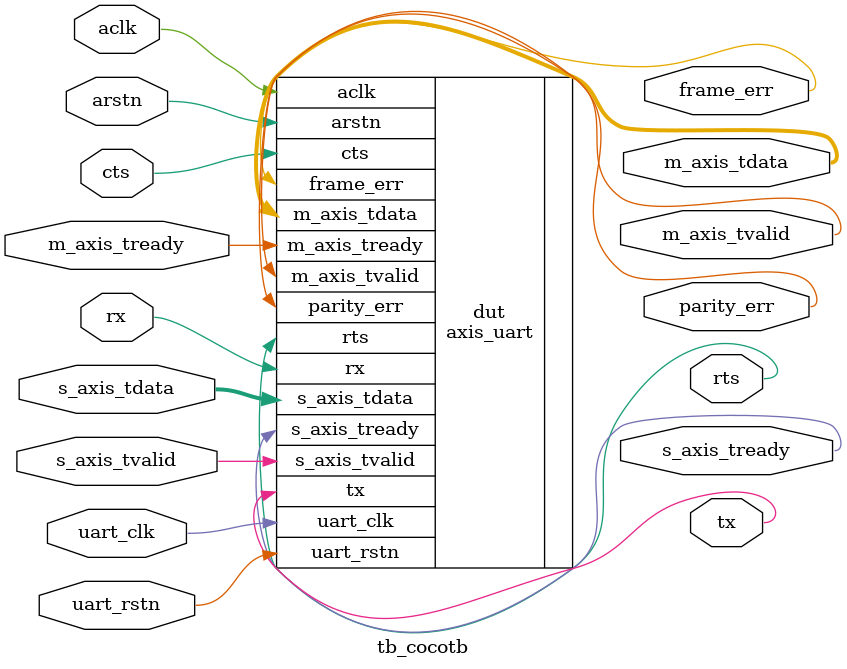
<source format=v>

`timescale 1ns/100ps

/*
 * Module: tb_cocotb
 *
 * Test bench for axis uart.
 *
* Parameters:
 *
 *   BAUD_CLOCK_SPEED - This is the aclk frequency in Hz
 *   BAUD_RATE        - Serial Baud, this can be any value including non-standard.
 *   PARITY_ENA       - Enable Parity for the data in and out.
 *   PARITY_TYPE      - Set the parity type, 0 = even, 1 = odd, 2 = mark, 3 = space.
 *   STOP_BITS        - Number of stop bits, 0 to crazy non-standard amounts.
 *   DATA_BITS        - Number of data bits, 1 to crazy non-standard amounts.
 *   RX_DELAY         - Delay in rx data input.
 *   RX_BAUD_DELAY    - Delay in rx baud enable. This will delay when we sample a bit (default is midpoint when rx delay is 0).
 *   TX_DELAY         - Delay in tx data output. Delays the time to output of the data.
 *   TX_BAUD_DELAY    - Delay in tx baud enable. This will delay the time the bit output starts.
 *   BUS_WIDTH        - AXIS data bus width in bytes.
 *
 * Ports:
 *
 *   aclk           - Clock for AXIS
 *   arstn          - Negative reset for AXIS
 *   parity_err     - Indicates error with parity check (active high)
 *   frame_err      - Indicates error with frame (active high)
 *   s_axis_tdata   - Input data for UART TX.
 *   s_axis_tvalid  - When set active high the input data is valid
 *   s_axis_tready  - When active high the device is ready for input data.
 *   m_axis_tdata   - Output data from UART RX
 *   m_axis_tvalid  - When active high the output data is valid
 *   m_axis_tready  - When set active high the output device is ready for data.
 *   uart_clk       - Clock used for BAUD rate generation
 *   uart_rstn      - Negative reset for UART, for anything clocked on uart_clk
 *   tx             - transmit for UART (output to RX)
 *   rx             - receive for UART (input from TX)
 *   rts            - request to send is a loop with CTS
 *   cts            - clear to send is a loop with RTS
 */
module tb_cocotb #(
    parameter BAUD_CLOCK_SPEED  = 2000000,
    parameter BAUD_RATE   = 2000000,
    parameter PARITY_ENA  = 0,
    parameter PARITY_TYPE = 0,
    parameter STOP_BITS   = 1,
    parameter DATA_BITS   = 8,
    parameter RX_DELAY    = 0,
    parameter RX_BAUD_DELAY = 0,
    parameter TX_DELAY    = 0,
    parameter TX_BAUD_DELAY = 0,
    parameter BUS_WIDTH = 1
  )
  (
    input                     aclk,
    input                     arstn,
    output                    parity_err,
    output                    frame_err,
    input  [BUS_WIDTH*8-1:0]  s_axis_tdata,
    input                     s_axis_tvalid,
    output                    s_axis_tready,
    output [BUS_WIDTH*8-1:0]  m_axis_tdata,
    output                    m_axis_tvalid,
    input                     m_axis_tready,
    input                     uart_clk,
    input                     uart_rstn,
    output                    tx,
    input                     rx,
    output                    rts,
    input                     cts
  );

  // fst dump command
  initial begin
    $dumpfile ("tb_cocotb.fst");
    $dumpvars (0, tb_cocotb);
    #1;
  end
  
  //Group: Instantiated Modules

  /*
   * Module: dut
   *
   * Device under test, axis_uart
   */
  axis_uart #(
    .BAUD_CLOCK_SPEED(BAUD_CLOCK_SPEED),
    .BAUD_RATE(BAUD_RATE),
    .PARITY_ENA(PARITY_ENA),
    .PARITY_TYPE(PARITY_TYPE),
    .STOP_BITS(STOP_BITS),
    .DATA_BITS(DATA_BITS),
    .RX_DELAY(RX_DELAY),
    .RX_BAUD_DELAY(RX_BAUD_DELAY),
    .TX_DELAY(TX_DELAY),
    .TX_BAUD_DELAY(TX_BAUD_DELAY),
    .BUS_WIDTH(BUS_WIDTH)
  ) dut (
    .aclk(aclk),
    .arstn(arstn),
    .parity_err(parity_err),
    .frame_err(frame_err),
    .s_axis_tdata(s_axis_tdata),
    .s_axis_tvalid(s_axis_tvalid),
    .s_axis_tready(s_axis_tready),
    .m_axis_tdata(m_axis_tdata),
    .m_axis_tvalid(m_axis_tvalid),
    .m_axis_tready(m_axis_tready),
    .uart_clk(uart_clk),
    .uart_rstn(uart_rstn),
    .tx(tx),
    .rx(rx),
    .rts(rts),
    .cts(cts)
  );
  
endmodule


</source>
